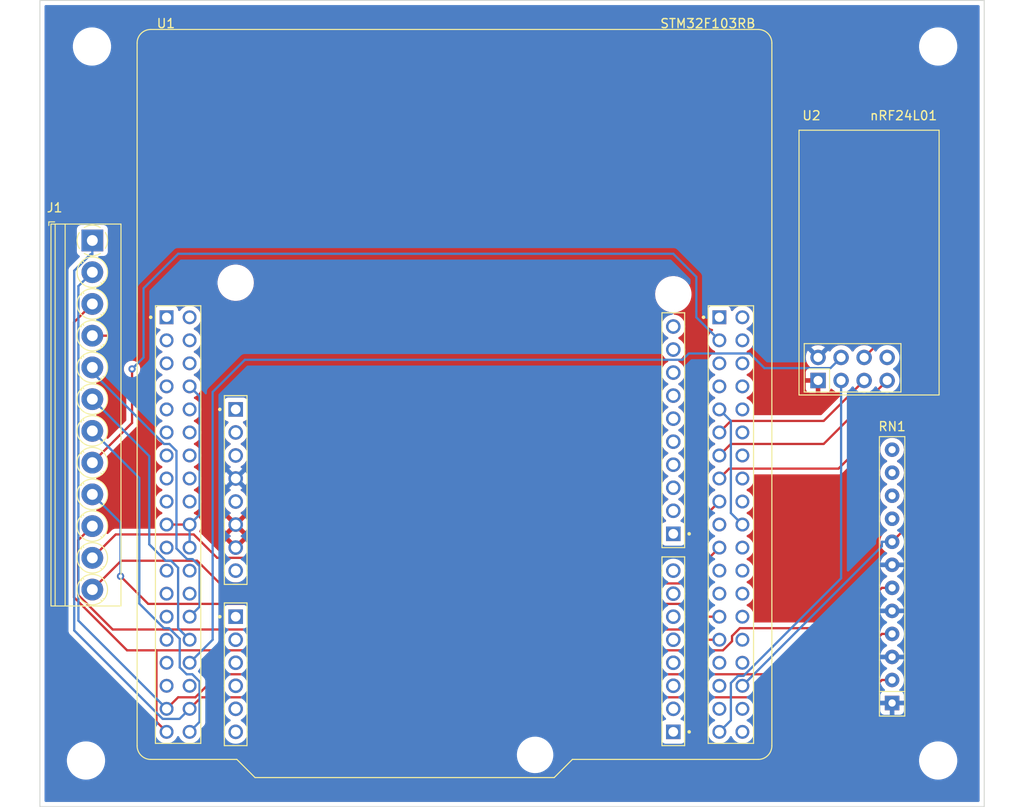
<source format=kicad_pcb>
(kicad_pcb (version 20211014) (generator pcbnew)
  (layers (0 "F.Cu" signal) (31 "B.Cu" signal) (34 "B.Paste" user) (35 "F.Paste" user) (36 "B.SilkS" user "B.Silkscreen") (37 "F.SilkS" user "F.Silkscreen") (38 "B.Mask" user) (39 "F.Mask" user) (44 "Edge.Cuts" user))
  (net 0 "")
  (net 1 "Net-(RN1-Pad2)")
  (net 2 "Net-(RN1-Pad4)")
  (net 3 "Net-(RN1-Pad6)")
  (net 4 "Net-(J1-Pad4)")
  (net 5 "Net-(J1-Pad5)")
  (net 6 "Net-(J1-Pad6)")
  (net 7 "Net-(J1-Pad7)")
  (net 8 "Net-(J1-Pad8)")
  (net 9 "Net-(J1-Pad9)")
  (net 10 "Net-(J1-Pad10)")
  (net 11 "Net-(J1-Pad11)")
  (net 12 "Net-(J1-Pad12)")
  (net 24 "Net-(U1-PadCN7_19)")
  (net 39 "Net-(U2-Pad4)")
  (net 43 "Net-(U2-Pad3)")
  (net 50 "Net-(U1-PadCN10_20)")
  (net 51 "Net-(U2-Pad5)")
  (net 53 "Net-(U2-Pad7)")
  (net 55 "Net-(U2-Pad6)")
  (net 75 "+3.3V")
  (net 76 "GND")
  (footprint "MountingHole:MountingHole_3.2mm_M3" (layer "F.Cu") (at 58.42 139.7)
    (fp_text reference "REF03" hide)
    (fp_text value "MountingHole_3.2mm_M3")
    (pad "" np_thru_hole circle (at 0 0) (size 3.2 3.2) (drill 3.2) (layers *.Cu *.Mask))
  )
  (footprint "MountingHole:MountingHole_3.2mm_M3" (layer "F.Cu") (at 152.4 60.96)
    (fp_text reference "REF02" hide)
    (fp_text value "MountingHole_3.2mm_M3")
    (pad "" np_thru_hole circle (at 0 0) (size 3.2 3.2) (drill 3.2) (layers *.Cu *.Mask))
  )
  (footprint "RF_Module:nRF24L01_Breakout" (layer "F.Cu") (at 139.155 97.79 90)
    (fp_text reference "U2" (at 29.21 -0.725 180) (layer "F.SilkS"))
    (fp_text value "NRF24L01_Breakout")
    (fp_line (start -1.6 -2.1) (end -1.6 -2.1) (layer "F.SilkS") (width 0.12))
    (fp_line (start 4.064 9.144) (end -1.27 9.144) (layer "F.SilkS") (width 0.12))
    (fp_line (start 1.27 -1.016) (end 1.27 1.27) (layer "F.SilkS") (width 0.12))
    (fp_line (start -1.27 9.144) (end -1.27 9.144) (layer "F.SilkS") (width 0.12))
    (fp_line (start -1.27 -1.524) (end 4.064 -1.524) (layer "F.SilkS") (width 0.12))
    (fp_line (start -1.6 13.35) (end -1.6 -2.1) (layer "F.SilkS") (width 0.12))
    (fp_line (start 1.27 1.27) (end -1.016 1.27) (layer "F.SilkS") (width 0.12))
    (fp_line (start -1.27 9.144) (end -1.27 -1.524) (layer "F.SilkS") (width 0.12))
    (fp_line (start -1.6 -2.1) (end 27.6 -2.1) (layer "F.SilkS") (width 0.12))
    (fp_line (start -1.27 -1.524) (end -1.27 -1.524) (layer "F.SilkS") (width 0.12))
    (fp_line (start -1.016 1.27) (end -1.016 1.27) (layer "F.SilkS") (width 0.12))
    (fp_line (start 27.6 13.35) (end -1.6 13.35) (layer "F.SilkS") (width 0.12))
    (fp_line (start 27.6 -2.1) (end 27.6 13.35) (layer "F.SilkS") (width 0.12))
    (fp_line (start 4.064 -1.524) (end 4.064 9.144) (layer "F.SilkS") (width 0.12))
    (pad "1" thru_hole rect (at 0 0 90) (size 1.7 1.7) (drill 1) (layers *.Cu *.Mask) (net 76 "GND"))
    (pad "2" thru_hole circle (at 2.54 0 90) (size 1.7 1.7) (drill 1) (layers *.Cu *.Mask) (net 75 "+3.3V"))
    (pad "3" thru_hole circle (at 0 2.54 90) (size 1.7 1.7) (drill 1) (layers *.Cu *.Mask) (net 43 "Net-(U2-Pad3)"))
    (pad "4" thru_hole circle (at 2.54 2.54 90) (size 1.7 1.7) (drill 1) (layers *.Cu *.Mask) (net 39 "Net-(U2-Pad4)"))
    (pad "5" thru_hole circle (at 0 5.08 90) (size 1.7 1.7) (drill 1) (layers *.Cu *.Mask) (net 51 "Net-(U2-Pad5)"))
    (pad "6" thru_hole circle (at 2.54 5.08 90) (size 1.7 1.7) (drill 1) (layers *.Cu *.Mask) (net 55 "Net-(U2-Pad6)"))
    (pad "7" thru_hole circle (at 0 7.62 90) (size 1.7 1.7) (drill 1) (layers *.Cu *.Mask) (net 53 "Net-(U2-Pad7)"))
    (pad "8" thru_hole circle (at 2.54 7.62 90) (size 1.7 1.7) (drill 1) (layers *.Cu *.Mask))
  )
  (footprint "NUCLEO-F303RE:ST_NUCLEO-F303RE" (layer "F.Cu") (at 99.06 100.33)
    (fp_text reference "U1" (at -31.825 -41.91) (layer "F.SilkS"))
    (fp_text value "NUCLEO-F103RB")
    (fp_line (start -22.88 37.73) (end -22.88 21.99) (layer "F.SilkS") (width 0.127))
    (fp_line (start -22.88 21.99) (end -25.38 21.99) (layer "F.SilkS") (width 0.127))
    (fp_line (start -33.5 -41.25) (end 33.5 -41.25) (layer "F.SilkS") (width 0.127))
    (fp_line (start -32.98 37.48) (end -27.98 37.48) (layer "F.SilkS") (width 0.127))
    (fp_line (start 22.88 15.89) (end 25.38 15.89) (layer "F.SilkS") (width 0.127))
    (fp_line (start -25.38 19.95) (end -22.88 19.95) (layer "F.SilkS") (width 0.127))
    (fp_line (start -27.98 37.48) (end -27.98 -10.78) (layer "F.SilkS") (width 0.127))
    (fp_line (start 25.38 -10.01) (end 22.88 -10.01) (layer "F.SilkS") (width 0.127))
    (fp_line (start 32.98 -10.78) (end 27.98 -10.78) (layer "F.SilkS") (width 0.127))
    (fp_line (start 25.38 37.73) (end 25.38 16.91) (layer "F.SilkS") (width 0.127))
    (fp_line (start -32.98 -10.78) (end -32.98 37.48) (layer "F.SilkS") (width 0.127))
    (fp_line (start -22.88 19.95) (end -22.88 -0.87) (layer "F.SilkS") (width 0.127))
    (fp_line (start 27.98 37.48) (end 32.98 37.48) (layer "F.SilkS") (width 0.127))
    (fp_line (start 22.88 37.73) (end 25.38 37.73) (layer "F.SilkS") (width 0.127))
    (fp_line (start 25.38 16.91) (end 22.88 16.91) (layer "F.SilkS") (width 0.127))
    (fp_line (start -25.38 21.99) (end -25.38 37.73) (layer "F.SilkS") (width 0.127))
    (fp_line (start 32.98 37.48) (end 32.98 -10.78) (layer "F.SilkS") (width 0.127))
    (fp_line (start -25.38 37.73) (end -22.88 37.73) (layer "F.SilkS") (width 0.127))
    (fp_line (start 22.88 16.91) (end 22.88 37.73) (layer "F.SilkS") (width 0.127))
    (fp_line (start -35 37.75) (end -35 -39.75) (layer "F.SilkS") (width 0.127))
    (fp_line (start -25.38 -0.87) (end -25.38 19.95) (layer "F.SilkS") (width 0.127))
    (fp_line (start 11 41.25) (end -22 41.25) (layer "F.SilkS") (width 0.127))
    (fp_line (start -24 39.25) (end -33.5 39.25) (layer "F.SilkS") (width 0.127))
    (fp_line (start 22.88 -10.01) (end 22.88 15.89) (layer "F.SilkS") (width 0.127))
    (fp_line (start -22 41.25) (end -24 39.25) (layer "F.SilkS") (width 0.127))
    (fp_line (start -27.98 -10.78) (end -32.98 -10.78) (layer "F.SilkS") (width 0.127))
    (fp_line (start -22.88 -0.87) (end -25.38 -0.87) (layer "F.SilkS") (width 0.127))
    (fp_line (start 25.38 15.89) (end 25.38 -10.01) (layer "F.SilkS") (width 0.127))
    (fp_line (start 33.5 39.25) (end 13 39.25) (layer "F.SilkS") (width 0.127))
    (fp_line (start 13 39.25) (end 11 41.25) (layer "F.SilkS") (width 0.127))
    (fp_line (start 35 -39.75) (end 35 37.75) (layer "F.SilkS") (width 0.127))
    (fp_line (start 27.98 -10.78) (end 27.98 37.48) (layer "F.SilkS") (width 0.127))
    (fp_arc (start 35 37.75) (mid 34.56066 38.81066) (end 33.5 39.25) (layer "F.SilkS") (width 0.127))
    (fp_arc (start 33.5 -41.25) (mid 34.56066 -40.81066) (end 35 -39.75) (layer "F.SilkS") (width 0.127))
    (fp_arc (start -35 -39.75) (mid -34.56066 -40.81066) (end -33.5 -41.25) (layer "F.SilkS") (width 0.127))
    (fp_arc (start -33.5 39.25) (mid -34.56066 38.81066) (end -35 37.75) (layer "F.SilkS") (width 0.127))
    (fp_circle (center -25.88 0.65) (end -25.78 0.65) (layer "F.SilkS") (width 0.2) (fill none))
    (fp_circle (center 25.88 36.21) (end 25.98 36.21) (layer "F.SilkS") (width 0.2) (fill none))
    (fp_circle (center -33.5 -9.51) (end -33.4 -9.51) (layer "F.SilkS") (width 0.2) (fill none))
    (fp_circle (center -25.88 23.51) (end -25.78 23.51) (layer "F.SilkS") (width 0.2) (fill none))
    (fp_circle (center 25.88 14.37) (end 25.98 14.37) (layer "F.SilkS") (width 0.2) (fill none))
    (fp_circle (center 27.46 -9.51) (end 27.56 -9.51) (layer "F.SilkS") (width 0.2) (fill none))
    (pad "" np_thru_hole circle locked (at 24.13 -12.05) (size 3 3) (drill 3) (layers *.Cu *.Mask))
    (pad "" np_thru_hole circle locked (at -24.13 -13.32) (size 3 3) (drill 3) (layers *.Cu *.Mask))
    (pad "" np_thru_hole circle locked (at 8.89 38.75) (size 3 3) (drill 3) (layers *.Cu *.Mask))
    (pad "CN5_1" thru_hole rect locked (at 24.13 14.37) (size 1.605 1.605) (drill 1.07) (layers *.Cu *.Mask))
    (pad "CN5_2" thru_hole circle locked (at 24.13 11.83) (size 1.605 1.605) (drill 1.07) (layers *.Cu *.Mask))
    (pad "CN5_3" thru_hole circle locked (at 24.13 9.29) (size 1.605 1.605) (drill 1.07) (layers *.Cu *.Mask))
    (pad "CN5_4" thru_hole circle locked (at 24.13 6.75) (size 1.605 1.605) (drill 1.07) (layers *.Cu *.Mask))
    (pad "CN5_5" thru_hole circle locked (at 24.13 4.21) (size 1.605 1.605) (drill 1.07) (layers *.Cu *.Mask))
    (pad "CN5_6" thru_hole circle locked (at 24.13 1.67) (size 1.605 1.605) (drill 1.07) (layers *.Cu *.Mask))
    (pad "CN5_7" thru_hole circle locked (at 24.13 -0.87) (size 1.605 1.605) (drill 1.07) (layers *.Cu *.Mask))
    (pad "CN5_8" thru_hole circle locked (at 24.13 -3.41) (size 1.605 1.605) (drill 1.07) (layers *.Cu *.Mask))
    (pad "CN5_9" thru_hole circle locked (at 24.13 -5.95) (size 1.605 1.605) (drill 1.07) (layers *.Cu *.Mask))
    (pad "CN5_10" thru_hole circle locked (at 24.13 -8.49) (size 1.605 1.605) (drill 1.07) (layers *.Cu *.Mask))
    (pad "CN6_1" thru_hole rect locked (at -24.13 0.65) (size 1.605 1.605) (drill 1.07) (layers *.Cu *.Mask))
    (pad "CN6_2" thru_hole circle locked (at -24.13 3.19) (size 1.605 1.605) (drill 1.07) (layers *.Cu *.Mask))
    (pad "CN6_3" thru_hole circle locked (at -24.13 5.73) (size 1.605 1.605) (drill 1.07) (layers *.Cu *.Mask))
    (pad "CN6_4" thru_hole circle locked (at -24.13 8.27) (size 1.605 1.605) (drill 1.07) (layers *.Cu *.Mask) (net 75 "+3.3V"))
    (pad "CN6_5" thru_hole circle locked (at -24.13 10.81) (size 1.605 1.605) (drill 1.07) (layers *.Cu *.Mask))
    (pad "CN6_6" thru_hole circle locked (at -24.13 13.35) (size 1.605 1.605) (drill 1.07) (layers *.Cu *.Mask) (net 76 "GND"))
    (pad "CN6_7" thru_hole circle locked (at -24.13 15.89) (size 1.605 1.605) (drill 1.07) (layers *.Cu *.Mask) (net 76 "GND"))
    (pad "CN6_8" thru_hole circle locked (at -24.13 18.43) (size 1.605 1.605) (drill 1.07) (layers *.Cu *.Mask))
    (pad "CN7_1" thru_hole rect locked (at -31.75 -9.51) (size 1.53 1.53) (drill 1.02) (layers *.Cu *.Mask))
    (pad "CN7_2" thru_hole circle locked (at -29.21 -9.51) (size 1.53 1.53) (drill 1.02) (layers *.Cu *.Mask))
    (pad "CN7_3" thru_hole circle locked (at -31.75 -6.97) (size 1.53 1.53) (drill 1.02) (layers *.Cu *.Mask))
    (pad "CN7_4" thru_hole circle locked (at -29.21 -6.97) (size 1.53 1.53) (drill 1.02) (layers *.Cu *.Mask))
    (pad "CN7_5" thru_hole circle locked (at -31.75 -4.43) (size 1.53 1.53) (drill 1.02) (layers *.Cu *.Mask))
    (pad "CN7_6" thru_hole circle locked (at -29.21 -4.43) (size 1.53 1.53) (drill 1.02) (layers *.Cu *.Mask))
    (pad "CN7_7" thru_hole circle locked (at -31.75 -1.89) (size 1.53 1.53) (drill 1.02) (layers *.Cu *.Mask))
    (pad "CN7_8" thru_hole circle locked (at -29.21 -1.89) (size 1.53 1.53) (drill 1.02) (layers *.Cu *.Mask) (net 24 "Net-(U1-PadCN7_19)"))
    (pad "CN7_9" thru_hole circle locked (at -31.75 0.65) (size 1.53 1.53) (drill 1.02) (layers *.Cu *.Mask))
    (pad "CN7_10" thru_hole circle locked (at -29.21 0.65) (size 1.53 1.53) (drill 1.02) (layers *.Cu *.Mask))
    (pad "CN7_11" thru_hole circle locked (at -31.75 3.19) (size 1.53 1.53) (drill 1.02) (layers *.Cu *.Mask))
    (pad "CN7_12" thru_hole circle locked (at -29.21 3.19) (size 1.53 1.53) (drill 1.02) (layers *.Cu *.Mask))
    (pad "CN7_13" thru_hole circle locked (at -31.75 5.73) (size 1.53 1.53) (drill 1.02) (layers *.Cu *.Mask))
    (pad "CN7_14" thru_hole circle locked (at -29.21 5.73) (size 1.53 1.53) (drill 1.02) (layers *.Cu *.Mask))
    (pad "CN7_15" thru_hole circle locked (at -31.75 8.27) (size 1.53 1.53) (drill 1.02) (layers *.Cu *.Mask))
    (pad "CN7_16" thru_hole circle locked (at -29.21 8.27) (size 1.53 1.53) (drill 1.02) (layers *.Cu *.Mask))
    (pad "CN7_17" thru_hole circle locked (at -31.75 10.81) (size 1.53 1.53) (drill 1.02) (layers *.Cu *.Mask))
    (pad "CN7_18" thru_hole circle locked (at -29.21 10.81) (size 1.53 1.53) (drill 1.02) (layers *.Cu *.Mask))
    (pad "CN7_19" thru_hole circle locked (at -31.75 13.35) (size 1.53 1.53) (drill 1.02) (layers *.Cu *.Mask) (net 24 "Net-(U1-PadCN7_19)"))
    (pad "CN7_20" thru_hole circle locked (at -29.21 13.35) (size 1.53 1.53) (drill 1.02) (layers *.Cu *.Mask) (net 24 "Net-(U1-PadCN7_19)"))
    (pad "CN7_21" thru_hole circle locked (at -31.75 15.89) (size 1.53 1.53) (drill 1.02) (layers *.Cu *.Mask))
    (pad "CN7_22" thru_hole circle locked (at -29.21 15.89) (size 1.53 1.53) (drill 1.02) (layers *.Cu *.Mask) (net 24 "Net-(U1-PadCN7_19)"))
    (pad "CN7_23" thru_hole circle locked (at -31.75 18.43) (size 1.53 1.53) (drill 1.02) (layers *.Cu *.Mask))
    (pad "CN7_24" thru_hole circle locked (at -29.21 18.43) (size 1.53 1.53) (drill 1.02) (layers *.Cu *.Mask))
    (pad "CN7_25" thru_hole circle locked (at -31.75 20.97) (size 1.53 1.53) (drill 1.02) (layers *.Cu *.Mask))
    (pad "CN7_26" thru_hole circle locked (at -29.21 20.97) (size 1.53 1.53) (drill 1.02) (layers *.Cu *.Mask))
    (pad "CN7_27" thru_hole circle locked (at -31.75 23.51) (size 1.53 1.53) (drill 1.02) (layers *.Cu *.Mask))
    (pad "CN7_28" thru_hole circle locked (at -29.21 23.51) (size 1.53 1.53) (drill 1.02) (layers *.Cu *.Mask) (net 5 "Net-(J1-Pad5)"))
    (pad "CN7_29" thru_hole circle locked (at -31.75 26.05) (size 1.53 1.53) (drill 1.02) (layers *.Cu *.Mask))
    (pad "CN7_30" thru_hole circle locked (at -29.21 26.05) (size 1.53 1.53) (drill 1.02) (layers *.Cu *.Mask) (net 6 "Net-(J1-Pad6)"))
    (pad "CN7_31" thru_hole circle locked (at -31.75 28.59) (size 1.53 1.53) (drill 1.02) (layers *.Cu *.Mask))
    (pad "CN7_32" thru_hole circle locked (at -29.21 28.59) (size 1.53 1.53) (drill 1.02) (layers *.Cu *.Mask) (net 39 "Net-(U2-Pad4)"))
    (pad "CN7_33" thru_hole circle locked (at -31.75 31.13) (size 1.53 1.53) (drill 1.02) (layers *.Cu *.Mask))
    (pad "CN7_34" thru_hole circle locked (at -29.21 31.13) (size 1.53 1.53) (drill 1.02) (layers *.Cu *.Mask))
    (pad "CN7_35" thru_hole circle locked (at -31.75 33.67) (size 1.53 1.53) (drill 1.02) (layers *.Cu *.Mask) (net 2 "Net-(RN1-Pad4)"))
    (pad "CN7_36" thru_hole circle locked (at -29.21 33.67) (size 1.53 1.53) (drill 1.02) (layers *.Cu *.Mask) (net 1 "Net-(RN1-Pad2)"))
    (pad "CN7_37" thru_hole circle locked (at -31.75 36.21) (size 1.53 1.53) (drill 1.02) (layers *.Cu *.Mask) (net 3 "Net-(RN1-Pad6)"))
    (pad "CN7_38" thru_hole circle locked (at -29.21 36.21) (size 1.53 1.53) (drill 1.02) (layers *.Cu *.Mask) (net 7 "Net-(J1-Pad7)"))
    (pad "CN8_1" thru_hole rect locked (at -24.13 23.51) (size 1.605 1.605) (drill 1.07) (layers *.Cu *.Mask))
    (pad "CN8_2" thru_hole circle locked (at -24.13 26.05) (size 1.605 1.605) (drill 1.07) (layers *.Cu *.Mask))
    (pad "CN8_3" thru_hole circle locked (at -24.13 28.59) (size 1.605 1.605) (drill 1.07) (layers *.Cu *.Mask))
    (pad "CN8_4" thru_hole circle locked (at -24.13 31.13) (size 1.605 1.605) (drill 1.07) (layers *.Cu *.Mask))
    (pad "CN8_5" thru_hole circle locked (at -24.13 33.67) (size 1.605 1.605) (drill 1.07) (layers *.Cu *.Mask))
    (pad "CN8_6" thru_hole circle locked (at -24.13 36.21) (size 1.605 1.605) (drill 1.07) (layers *.Cu *.Mask))
    (pad "CN9_1" thru_hole rect locked (at 24.13 36.21) (size 1.605 1.605) (drill 1.07) (layers *.Cu *.Mask))
    (pad "CN9_2" thru_hole circle locked (at 24.13 33.67) (size 1.605 1.605) (drill 1.07) (layers *.Cu *.Mask))
    (pad "CN9_3" thru_hole circle locked (at 24.13 31.13) (size 1.605 1.605) (drill 1.07) (layers *.Cu *.Mask))
    (pad "CN9_4" thru_hole circle locked (at 24.13 28.59) (size 1.605 1.605) (drill 1.07) (layers *.Cu *.Mask))
    (pad "CN9_5" thru_hole circle locked (at 24.13 26.05) (size 1.605 1.605) (drill 1.07) (layers *.Cu *.Mask))
    (pad "CN9_6" thru_hole circle locked (at 24.13 23.51) (size 1.605 1.605) (drill 1.07) (layers *.Cu *.Mask))
    (pad "CN9_7" thru_hole circle locked (at 24.13 20.97) (size 1.605 1.605) (drill 1.07) (layers *.Cu *.Mask))
    (pad "CN9_8" thru_hole circle locked (at 24.13 18.43) (size 1.605 1.605) (drill 1.07) (layers *.Cu *.Mask))
    (pad "CN10_1" thru_hole rect locked (at 29.21 -9.51) (size 1.53 1.53) (drill 1.02) (layers *.Cu *.Mask))
    (pad "CN10_2" thru_hole circle locked (at 31.75 -9.51) (size 1.53 1.53) (drill 1.02) (layers *.Cu *.Mask))
    (pad "CN10_3" thru_hole circle locked (at 29.21 -6.97) (size 1.53 1.53) (drill 1.02) (layers *.Cu *.Mask) (net 8 "Net-(J1-Pad8)"))
    (pad "CN10_4" thru_hole circle locked (at 31.75 -6.97) (size 1.53 1.53) (drill 1.02) (layers *.Cu *.Mask))
    (pad "CN10_5" thru_hole circle locked (at 29.21 -4.43) (size 1.53 1.53) (drill 1.02) (layers *.Cu *.Mask))
    (pad "CN10_6" thru_hole circle locked (at 31.75 -4.43) (size 1.53 1.53) (drill 1.02) (layers *.Cu *.Mask))
    (pad "CN10_7" thru_hole circle locked (at 29.21 -1.89) (size 1.53 1.53) (drill 1.02) (layers *.Cu *.Mask))
    (pad "CN10_8" thru_hole circle locked (at 31.75 -1.89) (size 1.53 1.53) (drill 1.02) (layers *.Cu *.Mask))
    (pad "CN10_9" thru_hole circle locked (at 29.21 0.65) (size 1.53 1.53) (drill 1.02) (layers *.Cu *.Mask) (net 50 "Net-(U1-PadCN10_20)"))
    (pad "CN10_10" thru_hole circle locked (at 31.75 0.65) (size 1.53 1.53) (drill 1.02) (layers *.Cu *.Mask))
    (pad "CN10_11" thru_hole circle locked (at 29.21 3.19) (size 1.53 1.53) (drill 1.02) (layers *.Cu *.Mask) (net 51 "Net-(U2-Pad5)"))
    (pad "CN10_12" thru_hole circle locked (at 31.75 3.19) (size 1.53 1.53) (drill 1.02) (layers *.Cu *.Mask))
    (pad "CN10_13" thru_hole circle locked (at 29.21 5.73) (size 1.53 1.53) (drill 1.02) (layers *.Cu *.Mask) (net 53 "Net-(U2-Pad7)"))
    (pad "CN10_14" thru_hole circle locked (at 31.75 5.73) (size 1.53 1.53) (drill 1.02) (layers *.Cu *.Mask))
    (pad "CN10_15" thru_hole circle locked (at 29.21 8.27) (size 1.53 1.53) (drill 1.02) (layers *.Cu *.Mask) (net 55 "Net-(U2-Pad6)"))
    (pad "CN10_16" thru_hole circle locked (at 31.75 8.27) (size 1.53 1.53) (drill 1.02) (layers *.Cu *.Mask))
    (pad "CN10_17" thru_hole circle locked (at 29.21 10.81) (size 1.53 1.53) (drill 1.02) (layers *.Cu *.Mask) (net 11 "Net-(J1-Pad11)"))
    (pad "CN10_18" thru_hole circle locked (at 31.75 10.81) (size 1.53 1.53) (drill 1.02) (layers *.Cu *.Mask))
    (pad "CN10_19" thru_hole circle locked (at 29.21 13.35) (size 1.53 1.53) (drill 1.02) (layers *.Cu *.Mask))
    (pad "CN10_20" thru_hole circle locked (at 31.75 13.35) (size 1.53 1.53) (drill 1.02) (layers *.Cu *.Mask) (net 50 "Net-(U1-PadCN10_20)"))
    (pad "CN10_21" thru_hole circle locked (at 29.21 15.89) (size 1.53 1.53) (drill 1.02) (layers *.Cu *.Mask) (net 12 "Net-(J1-Pad12)"))
    (pad "CN10_22" thru_hole circle locked (at 31.75 15.89) (size 1.53 1.53) (drill 1.02) (layers *.Cu *.Mask))
    (pad "CN10_23" thru_hole circle locked (at 29.21 18.43) (size 1.53 1.53) (drill 1.02) (layers *.Cu *.Mask))
    (pad "CN10_24" thru_hole circle locked (at 31.75 18.43) (size 1.53 1.53) (drill 1.02) (layers *.Cu *.Mask))
    (pad "CN10_25" thru_hole circle locked (at 29.21 20.97) (size 1.53 1.53) (drill 1.02) (layers *.Cu *.Mask))
    (pad "CN10_26" thru_hole circle locked (at 31.75 20.97) (size 1.53 1.53) (drill 1.02) (layers *.Cu *.Mask))
    (pad "CN10_27" thru_hole circle locked (at 29.21 23.51) (size 1.53 1.53) (drill 1.02) (layers *.Cu *.Mask) (net 9 "Net-(J1-Pad9)"))
    (pad "CN10_28" thru_hole circle locked (at 31.75 23.51) (size 1.53 1.53) (drill 1.02) (layers *.Cu *.Mask))
    (pad "CN10_29" thru_hole circle locked (at 29.21 26.05) (size 1.53 1.53) (drill 1.02) (layers *.Cu *.Mask) (net 10 "Net-(J1-Pad10)"))
    (pad "CN10_30" thru_hole circle locked (at 31.75 26.05) (size 1.53 1.53) (drill 1.02) (layers *.Cu *.Mask))
    (pad "CN10_31" thru_hole circle locked (at 29.21 28.59) (size 1.53 1.53) (drill 1.02) (layers *.Cu *.Mask))
    (pad "CN10_32" thru_hole circle locked (at 31.75 28.59) (size 1.53 1.53) (drill 1.02) (layers *.Cu *.Mask))
    (pad "CN10_33" thru_hole circle locked (at 29.21 31.13) (size 1.53 1.53) (drill 1.02) (layers *.Cu *.Mask))
    (pad "CN10_34" thru_hole circle locked (at 31.75 31.13) (size 1.53 1.53) (drill 1.02) (layers *.Cu *.Mask) (net 4 "Net-(J1-Pad4)"))
    (pad "CN10_35" thru_hole circle locked (at 29.21 33.67) (size 1.53 1.53) (drill 1.02) (layers *.Cu *.Mask))
    (pad "CN10_36" thru_hole circle locked (at 31.75 33.67) (size 1.53 1.53) (drill 1.02) (layers *.Cu *.Mask))
    (pad "CN10_37" thru_hole circle locked (at 29.21 36.21) (size 1.53 1.53) (drill 1.02) (layers *.Cu *.Mask) (net 43 "Net-(U2-Pad3)"))
    (pad "CN10_38" thru_hole circle locked (at 31.75 36.21) (size 1.53 1.53) (drill 1.02) (layers *.Cu *.Mask))
  )
  (footprint "Resistor_THT:R_Array_SIP12" (layer "F.Cu") (at 147.32 133.36 90)
    (fp_text reference "RN1" (at 30.49 0 180) (layer "F.SilkS"))
    (fp_text value "R_Pack_SIP_1k")
    (fp_line (start 1.27 -1.4) (end 1.27 1.4) (layer "F.SilkS") (width 0.12))
    (fp_line (start -1.44 1.4) (end 29.38 1.4) (layer "F.SilkS") (width 0.12))
    (fp_line (start -1.44 -1.4) (end -1.44 1.4) (layer "F.SilkS") (width 0.12))
    (fp_line (start 29.38 1.4) (end 29.38 -1.4) (layer "F.SilkS") (width 0.12))
    (fp_line (start 29.38 -1.4) (end -1.44 -1.4) (layer "F.SilkS") (width 0.12))
    (pad "1" thru_hole rect (at 0 0 90) (size 1.6 1.6) (drill 0.8) (layers *.Cu *.Mask) (net 75 "+3.3V"))
    (pad "2" thru_hole oval (at 2.54 0 90) (size 1.6 1.6) (drill 0.8) (layers *.Cu *.Mask) (net 1 "Net-(RN1-Pad2)"))
    (pad "3" thru_hole oval (at 5.08 0 90) (size 1.6 1.6) (drill 0.8) (layers *.Cu *.Mask) (net 75 "+3.3V"))
    (pad "4" thru_hole oval (at 7.62 0 90) (size 1.6 1.6) (drill 0.8) (layers *.Cu *.Mask) (net 2 "Net-(RN1-Pad4)"))
    (pad "5" thru_hole oval (at 10.16 0 90) (size 1.6 1.6) (drill 0.8) (layers *.Cu *.Mask) (net 75 "+3.3V"))
    (pad "6" thru_hole oval (at 12.7 0 90) (size 1.6 1.6) (drill 0.8) (layers *.Cu *.Mask) (net 3 "Net-(RN1-Pad6)"))
    (pad "7" thru_hole oval (at 15.24 0 90) (size 1.6 1.6) (drill 0.8) (layers *.Cu *.Mask) (net 75 "+3.3V"))
    (pad "8" thru_hole oval (at 17.78 0 90) (size 1.6 1.6) (drill 0.8) (layers *.Cu *.Mask) (net 4 "Net-(J1-Pad4)"))
    (pad "9" thru_hole oval (at 20.32 0 90) (size 1.6 1.6) (drill 0.8) (layers *.Cu *.Mask))
    (pad "10" thru_hole oval (at 22.86 0 90) (size 1.6 1.6) (drill 0.8) (layers *.Cu *.Mask))
    (pad "11" thru_hole oval (at 25.4 0 90) (size 1.6 1.6) (drill 0.8) (layers *.Cu *.Mask))
    (pad "12" thru_hole oval (at 27.94 0 90) (size 1.6 1.6) (drill 0.8) (layers *.Cu *.Mask))
  )
  (footprint "TerminalBlock_Phoenix:TerminalBlock_Phoenix_PT-1,5-12-3.5-H_1x12_P3.50mm_Horizontal" (layer "F.Cu") (at 59.12 82.35 -90)
    (fp_text reference "J1" (at -3.61 4.16 180) (layer "F.SilkS"))
    (fp_text value "Screw_Terminal_01x12")
    (fp_line (start 15.275 -1.069) (end 15.146 -0.941) (layer "F.SilkS") (width 0.12))
    (fp_line (start 29.07 -1.275) (end 28.976 -1.181) (layer "F.SilkS") (width 0.12))
    (fp_line (start 22.07 -1.275) (end 21.976 -1.181) (layer "F.SilkS") (width 0.12))
    (fp_line (start 13.025 1.181) (end 12.931 1.274) (layer "F.SilkS") (width 0.12))
    (fp_line (start 8.07 -1.275) (end 7.976 -1.181) (layer "F.SilkS") (width 0.12))
    (fp_line (start 16.355 0.941) (end 16.226 1.069) (layer "F.SilkS") (width 0.12))
    (fp_line (start 25.775 -1.069) (end 25.646 -0.941) (layer "F.SilkS") (width 0.12))
    (fp_line (start 27.025 1.181) (end 26.931 1.274) (layer "F.SilkS") (width 0.12))
    (fp_line (start 11.775 -1.069) (end 11.646 -0.941) (layer "F.SilkS") (width 0.12))
    (fp_line (start -1.81 3) (end 40.31 3) (layer "F.SilkS") (width 0.12))
    (fp_line (start 26.855 0.941) (end 26.726 1.069) (layer "F.SilkS") (width 0.12))
    (fp_line (start -2.05 4.8) (end -1.65 4.8) (layer "F.SilkS") (width 0.12))
    (fp_line (start 36.275 -1.069) (end 36.146 -0.941) (layer "F.SilkS") (width 0.12))
    (fp_line (start 9.525 1.181) (end 9.431 1.274) (layer "F.SilkS") (width 0.12))
    (fp_line (start -1.81 -3.16) (end 40.31 -3.16) (layer "F.SilkS") (width 0.12))
    (fp_line (start 12.855 0.941) (end 12.726 1.069) (layer "F.SilkS") (width 0.12))
    (fp_line (start 19.855 0.941) (end 19.726 1.069) (layer "F.SilkS") (width 0.12))
    (fp_line (start 2.525 1.181) (end 2.431 1.274) (layer "F.SilkS") (width 0.12))
    (fp_line (start 4.57 -1.275) (end 4.476 -1.181) (layer "F.SilkS") (width 0.12))
    (fp_line (start 4.775 -1.069) (end 4.646 -0.941) (layer "F.SilkS") (width 0.12))
    (fp_line (start -1.81 4.56) (end 40.31 4.56) (layer "F.SilkS") (width 0.12))
    (fp_line (start 2.355 0.941) (end 2.226 1.069) (layer "F.SilkS") (width 0.12))
    (fp_line (start 18.57 -1.275) (end 18.476 -1.181) (layer "F.SilkS") (width 0.12))
    (fp_line (start 5.855 0.941) (end 5.726 1.069) (layer "F.SilkS") (width 0.12))
    (fp_line (start 30.525 1.181) (end 30.431 1.274) (layer "F.SilkS") (width 0.12))
    (fp_line (start 33.855 0.941) (end 33.726 1.069) (layer "F.SilkS") (width 0.12))
    (fp_line (start 36.07 -1.275) (end 35.976 -1.181) (layer "F.SilkS") (width 0.12))
    (fp_line (start -1.81 4.1) (end 40.31 4.1) (layer "F.SilkS") (width 0.12))
    (fp_line (start 32.775 -1.069) (end 32.646 -0.941) (layer "F.SilkS") (width 0.12))
    (fp_line (start 9.355 0.941) (end 9.226 1.069) (layer "F.SilkS") (width 0.12))
    (fp_line (start 30.355 0.941) (end 30.226 1.069) (layer "F.SilkS") (width 0.12))
    (fp_line (start 23.525 1.181) (end 23.431 1.274) (layer "F.SilkS") (width 0.12))
    (fp_line (start 37.525 1.181) (end 37.431 1.274) (layer "F.SilkS") (width 0.12))
    (fp_line (start 22.275 -1.069) (end 22.146 -0.941) (layer "F.SilkS") (width 0.12))
    (fp_line (start -1.81 -3.16) (end -1.81 4.56) (layer "F.SilkS") (width 0.12))
    (fp_line (start 29.275 -1.069) (end 29.146 -0.941) (layer "F.SilkS") (width 0.12))
    (fp_line (start 32.57 -1.275) (end 32.476 -1.181) (layer "F.SilkS") (width 0.12))
    (fp_line (start 11.57 -1.275) (end 11.476 -1.181) (layer "F.SilkS") (width 0.12))
    (fp_line (start 37.355 0.941) (end 37.226 1.069) (layer "F.SilkS") (width 0.12))
    (fp_line (start 39.57 -1.275) (end 39.476 -1.181) (layer "F.SilkS") (width 0.12))
    (fp_line (start 15.07 -1.275) (end 14.976 -1.181) (layer "F.SilkS") (width 0.12))
    (fp_line (start 25.57 -1.275) (end 25.476 -1.181) (layer "F.SilkS") (width 0.12))
    (fp_line (start 16.525 1.181) (end 16.431 1.274) (layer "F.SilkS") (width 0.12))
    (fp_line (start 6.025 1.181) (end 5.931 1.274) (layer "F.SilkS") (width 0.12))
    (fp_line (start 39.775 -1.069) (end 39.646 -0.941) (layer "F.SilkS") (width 0.12))
    (fp_line (start 40.31 -3.16) (end 40.31 4.56) (layer "F.SilkS") (width 0.12))
    (fp_line (start 20.025 1.181) (end 19.931 1.274) (layer "F.SilkS") (width 0.12))
    (fp_line (start 34.025 1.181) (end 33.931 1.274) (layer "F.SilkS") (width 0.12))
    (fp_line (start 18.775 -1.069) (end 18.646 -0.941) (layer "F.SilkS") (width 0.12))
    (fp_line (start 8.275 -1.069) (end 8.146 -0.941) (layer "F.SilkS") (width 0.12))
    (fp_line (start -2.05 4.16) (end -2.05 4.8) (layer "F.SilkS") (width 0.12))
    (fp_line (start 23.355 0.941) (end 23.226 1.069) (layer "F.SilkS") (width 0.12))
    (fp_arc (start 1.425504 -0.890193) (mid 1.680626 0.000476) (end 1.425 0.891) (layer "F.SilkS") (width 0.12))
    (fp_arc (start -1.425358 0.889894) (mid -1.680286 0.014012) (end -1.44 -0.866) (layer "F.SilkS") (width 0.12))
    (fp_arc (start 0.890264 1.424721) (mid 0.463071 1.61492) (end 0 1.68) (layer "F.SilkS") (width 0.12))
    (fp_arc (start 0.028674 1.680099) (mid -0.435535 1.622918) (end -0.866 1.44) (layer "F.SilkS") (width 0.12))
    (fp_arc (start -0.889894 -1.425358) (mid -0.014012 -1.680286) (end 0.866 -1.44) (layer "F.SilkS") (width 0.12))
    (fp_circle (center 10.5 0) (end 12.18 0) (layer "F.SilkS") (width 0.12) (fill none))
    (fp_circle (center 35 0) (end 36.68 0) (layer "F.SilkS") (width 0.12) (fill none))
    (fp_circle (center 38.5 0) (end 40.18 0) (layer "F.SilkS") (width 0.12) (fill none))
    (fp_circle (center 17.5 0) (end 19.18 0) (layer "F.SilkS") (width 0.12) (fill none))
    (fp_circle (center 7 0) (end 8.68 0) (layer "F.SilkS") (width 0.12) (fill none))
    (fp_circle (center 3.5 0) (end 5.18 0) (layer "F.SilkS") (width 0.12) (fill none))
    (fp_circle (center 14 0) (end 15.68 0) (layer "F.SilkS") (width 0.12) (fill none))
    (fp_circle (center 31.5 0) (end 33.18 0) (layer "F.SilkS") (width 0.12) (fill none))
    (fp_circle (center 24.5 0) (end 26.18 0) (layer "F.SilkS") (width 0.12) (fill none))
    (fp_circle (center 21 0) (end 22.68 0) (layer "F.SilkS") (width 0.12) (fill none))
    (fp_circle (center 28 0) (end 29.68 0) (layer "F.SilkS") (width 0.12) (fill none))
    (pad "1" thru_hole rect (at 0 0 270) (size 2.4 2.4) (drill 1.2) (layers *.Cu *.Mask) (net 1 "Net-(RN1-Pad2)"))
    (pad "2" thru_hole circle (at 3.5 0 270) (size 2.4 2.4) (drill 1.2) (layers *.Cu *.Mask) (net 2 "Net-(RN1-Pad4)"))
    (pad "3" thru_hole circle (at 7 0 270) (size 2.4 2.4) (drill 1.2) (layers *.Cu *.Mask) (net 3 "Net-(RN1-Pad6)"))
    (pad "4" thru_hole circle (at 10.5 0 270) (size 2.4 2.4) (drill 1.2) (layers *.Cu *.Mask) (net 4 "Net-(J1-Pad4)"))
    (pad "5" thru_hole circle (at 14 0 270) (size 2.4 2.4) (drill 1.2) (layers *.Cu *.Mask) (net 5 "Net-(J1-Pad5)"))
    (pad "6" thru_hole circle (at 17.5 0 270) (size 2.4 2.4) (drill 1.2) (layers *.Cu *.Mask) (net 6 "Net-(J1-Pad6)"))
    (pad "7" thru_hole circle (at 21 0 270) (size 2.4 2.4) (drill 1.2) (layers *.Cu *.Mask) (net 7 "Net-(J1-Pad7)"))
    (pad "8" thru_hole circle (at 24.5 0 270) (size 2.4 2.4) (drill 1.2) (layers *.Cu *.Mask) (net 8 "Net-(J1-Pad8)"))
    (pad "9" thru_hole circle (at 28 0 270) (size 2.4 2.4) (drill 1.2) (layers *.Cu *.Mask) (net 9 "Net-(J1-Pad9)"))
    (pad "10" thru_hole circle (at 31.5 0 270) (size 2.4 2.4) (drill 1.2) (layers *.Cu *.Mask) (net 10 "Net-(J1-Pad10)"))
    (pad "11" thru_hole circle (at 35 0 270) (size 2.4 2.4) (drill 1.2) (layers *.Cu *.Mask) (net 11 "Net-(J1-Pad11)"))
    (pad "12" thru_hole circle (at 38.5 0 270) (size 2.4 2.4) (drill 1.2) (layers *.Cu *.Mask) (net 12 "Net-(J1-Pad12)"))
  )
  (footprint "MountingHole:MountingHole_3.2mm_M3" (layer "F.Cu") (at 59.08 60.96)
    (fp_text reference "REF01" hide)
    (fp_text value "MountingHole_3.2mm_M3")
    (pad "" np_thru_hole circle (at 0 0) (size 3.2 3.2) (drill 3.2) (layers *.Cu *.Mask))
  )
  (footprint "MountingHole:MountingHole_3.2mm_M3" (layer "F.Cu") (at 152.4 139.7)
    (fp_text reference "REF04" hide)
    (fp_text value "MountingHole_3.2mm_M3")
    (pad "" np_thru_hole circle (at 0 0) (size 3.2 3.2) (drill 3.2) (layers *.Cu *.Mask))
  )
  (gr_line (start 157.48 144.78) (end 157.48 55.88) (layer "Edge.Cuts") (width 0.1))
  (gr_line (start 157.48 55.88) (end 53.34 55.88) (layer "Edge.Cuts") (width 0.1))
  (gr_line (start 53.34 144.78) (end 157.48 144.78) (layer "Edge.Cuts") (width 0.1))
  (gr_line (start 53.34 55.88) (end 53.34 144.78) (layer "Edge.Cuts") (width 0.1))
  (gr_text "STM32F103RB" (at 127 58.42) (layer "F.SilkS") (effects (font (size 1 1))))
  (gr_text "nRF24L01" (at 148.59 68.58) (layer "F.SilkS") (effects (font (size 1 1))))
  (segment (start 146.1949 130.82) (end 144.2849 132.73) (width 0.25) (layer "F.Cu") (net 1))
  (segment (start 147.32 130.82) (end 146.1949 130.82) (width 0.25) (layer "F.Cu") (net 1))
  (segment (start 144.2849 132.73) (end 71.12 132.73) (width 0.25) (layer "F.Cu") (net 1))
  (segment (start 71.12 132.73) (end 69.85 134) (width 0.25) (layer "F.Cu") (net 1))
  (segment (start 68.7388 135.1112) (end 69.85 134) (width 0.25) (layer "B.Cu") (net 1))
  (segment (start 57.1238 85.6807) (end 57.1238 125.3585) (width 0.25) (layer "B.Cu") (net 1))
  (segment (start 59.12 82.35) (end 59.12 83.8751) (width 0.25) (layer "B.Cu") (net 1))
  (segment (start 57.1238 125.3585) (end 66.8765 135.1112) (width 0.25) (layer "B.Cu") (net 1))
  (segment (start 58.9294 83.8751) (end 57.1238 85.6807) (width 0.25) (layer "B.Cu") (net 1))
  (segment (start 59.12 83.8751) (end 58.9294 83.8751) (width 0.25) (layer "B.Cu") (net 1))
  (segment (start 66.8765 135.1112) (end 68.7388 135.1112) (width 0.25) (layer "B.Cu") (net 1))
  (segment (start 73.0233 130.19) (end 70.4833 132.73) (width 0.25) (layer "F.Cu") (net 2))
  (segment (start 70.4833 132.73) (end 68.58 132.73) (width 0.25) (layer "F.Cu") (net 2))
  (segment (start 147.32 125.74) (end 146.1949 125.74) (width 0.25) (layer "F.Cu") (net 2))
  (segment (start 141.7449 130.19) (end 73.0233 130.19) (width 0.25) (layer "F.Cu") (net 2))
  (segment (start 68.58 132.73) (end 67.31 134) (width 0.25) (layer "F.Cu") (net 2))
  (segment (start 146.1949 125.74) (end 141.7449 130.19) (width 0.25) (layer "F.Cu") (net 2))
  (segment (start 57.5847 87.3853) (end 57.5847 124.2747) (width 0.25) (layer "B.Cu") (net 2))
  (segment (start 57.5847 124.2747) (end 67.31 134) (width 0.25) (layer "B.Cu") (net 2))
  (segment (start 59.12 85.85) (end 57.5847 87.3853) (width 0.25) (layer "B.Cu") (net 2))
  (segment (start 147.32 120.66) (end 146.1949 120.66) (width 0.25) (layer "F.Cu") (net 3))
  (segment (start 130.5293 125.11) (end 141.7449 125.11) (width 0.25) (layer "F.Cu") (net 3))
  (segment (start 128.6642 127.5506) (end 129.6657 126.5491) (width 0.25) (layer "F.Cu") (net 3))
  (segment (start 66.1933 135.4233) (end 67.31 136.54) (width 0.25) (layer "F.Cu") (net 3))
  (segment (start 141.7449 125.11) (end 146.1949 120.66) (width 0.25) (layer "F.Cu") (net 3))
  (segment (start 66.1933 127.5506) (end 128.6642 127.5506) (width 0.25) (layer "F.Cu") (net 3))
  (segment (start 66.1933 127.5506) (end 66.1933 135.4233) (width 0.25) (layer "F.Cu") (net 3))
  (segment (start 57.0999 91.3701) (end 57.0999 121.6985) (width 0.25) (layer "F.Cu") (net 3))
  (segment (start 62.952 127.5506) (end 66.1933 127.5506) (width 0.25) (layer "F.Cu") (net 3))
  (segment (start 59.12 89.35) (end 57.0999 91.3701) (width 0.25) (layer "F.Cu") (net 3))
  (segment (start 129.6657 126.5491) (end 129.6657 125.9736) (width 0.25) (layer "F.Cu") (net 3))
  (segment (start 57.0999 121.6985) (end 62.952 127.5506) (width 0.25) (layer "F.Cu") (net 3))
  (segment (start 129.6657 125.9736) (end 130.5293 125.11) (width 0.25) (layer "F.Cu") (net 3))
  (segment (start 148.59 82.55) (end 67.31 82.55) (width 0.25) (layer "F.Cu") (net 4))
  (segment (start 60.82 92.85) (end 59.12 92.85) (width 0.25) (layer "F.Cu") (net 4))
  (segment (start 153.67 109.23) (end 153.67 87.63) (width 0.25) (layer "F.Cu") (net 4))
  (segment (start 63.5 90.17) (end 60.82 92.85) (width 0.25) (layer "F.Cu") (net 4))
  (segment (start 63.5 86.36) (end 63.5 90.17) (width 0.25) (layer "F.Cu") (net 4))
  (segment (start 153.67 87.63) (end 148.59 82.55) (width 0.25) (layer "F.Cu") (net 4))
  (segment (start 147.32 115.58) (end 153.67 109.23) (width 0.25) (layer "F.Cu") (net 4))
  (segment (start 67.31 82.55) (end 63.5 86.36) (width 0.25) (layer "F.Cu") (net 4))
  (segment (start 147.32 115.58) (end 146.1949 115.58) (width 0.25) (layer "B.Cu") (net 4))
  (segment (start 146.1949 115.58) (end 146.1949 116.0751) (width 0.25) (layer "B.Cu") (net 4))
  (segment (start 146.1949 116.0751) (end 130.81 131.46) (width 0.25) (layer "B.Cu") (net 4))
  (segment (start 59.12 96.8825) (end 67.0275 104.79) (width 0.25) (layer "B.Cu") (net 5))
  (segment (start 70.9425 118.2634) (end 70.9425 122.7475) (width 0.25) (layer "B.Cu") (net 5))
  (segment (start 67.6281 104.79) (end 68.4002 105.5621) (width 0.25) (layer "B.Cu") (net 5))
  (segment (start 68.4002 105.5621) (end 68.4002 116.321) (width 0.25) (layer "B.Cu") (net 5))
  (segment (start 69.5692 117.49) (end 70.1691 117.49) (width 0.25) (layer "B.Cu") (net 5))
  (segment (start 68.4002 116.321) (end 69.5692 117.49) (width 0.25) (layer "B.Cu") (net 5))
  (segment (start 70.9425 122.7475) (end 69.85 123.84) (width 0.25) (layer "B.Cu") (net 5))
  (segment (start 67.0275 104.79) (end 67.6281 104.79) (width 0.25) (layer "B.Cu") (net 5))
  (segment (start 59.12 96.35) (end 59.12 96.8825) (width 0.25) (layer "B.Cu") (net 5))
  (segment (start 70.1691 117.49) (end 70.9425 118.2634) (width 0.25) (layer "B.Cu") (net 5))
  (segment (start 68.58 118.4438) (end 68.58 125.11) (width 0.25) (layer "B.Cu") (net 6))
  (segment (start 65.3979 106.1279) (end 65.3979 115.8639) (width 0.25) (layer "B.Cu") (net 6))
  (segment (start 67.806 117.6698) (end 68.58 118.4438) (width 0.25) (layer "B.Cu") (net 6))
  (segment (start 59.12 99.85) (end 65.3979 106.1279) (width 0.25) (layer "B.Cu") (net 6))
  (segment (start 68.58 125.11) (end 69.85 126.38) (width 0.25) (layer "B.Cu") (net 6))
  (segment (start 65.3979 115.8639) (end 67.2038 117.6698) (width 0.25) (layer "B.Cu") (net 6))
  (segment (start 67.2038 117.6698) (end 67.806 117.6698) (width 0.25) (layer "B.Cu") (net 6))
  (segment (start 70.1443 130.19) (end 70.9438 130.9895) (width 0.25) (layer "B.Cu") (net 7))
  (segment (start 64.3035 122.3975) (end 67.016 125.11) (width 0.25) (layer "B.Cu") (net 7))
  (segment (start 68.7598 129.4323) (end 69.5175 130.19) (width 0.25) (layer "B.Cu") (net 7))
  (segment (start 64.3035 108.5335) (end 64.3035 122.3975) (width 0.25) (layer "B.Cu") (net 7))
  (segment (start 68.7598 126.2742) (end 68.7598 129.4323) (width 0.25) (layer "B.Cu") (net 7))
  (segment (start 69.5175 130.19) (end 70.1443 130.19) (width 0.25) (layer "B.Cu") (net 7))
  (segment (start 59.12 103.35) (end 64.3035 108.5335) (width 0.25) (layer "B.Cu") (net 7))
  (segment (start 67.016 125.11) (end 67.5956 125.11) (width 0.25) (layer "B.Cu") (net 7))
  (segment (start 70.9438 135.4462) (end 69.85 136.54) (width 0.25) (layer "B.Cu") (net 7))
  (segment (start 70.9438 130.9895) (end 70.9438 135.4462) (width 0.25) (layer "B.Cu") (net 7))
  (segment (start 67.5956 125.11) (end 68.7598 126.2742) (width 0.25) (layer "B.Cu") (net 7))
  (segment (start 63.5 96.52) (end 63.5 102.47) (width 0.25) (layer "F.Cu") (net 8))
  (segment (start 63.5 102.47) (end 59.12 106.85) (width 0.25) (layer "F.Cu") (net 8))
  (via (at 63.5 96.52) (size 0.8) (drill 0.4) (layers "F.Cu" "B.Cu") (net 8))
  (segment (start 125.73 90.82) (end 125.73 90.17) (width 0.25) (layer "B.Cu") (net 8))
  (segment (start 64.77 92.71) (end 64.77 95.25) (width 0.25) (layer "B.Cu") (net 8))
  (segment (start 125.73 90.17) (end 125.73 86.36) (width 0.25) (layer "B.Cu") (net 8))
  (segment (start 68.58 83.82) (end 64.77 87.63) (width 0.25) (layer "B.Cu") (net 8))
  (segment (start 128.27 93.36) (end 125.73 90.82) (width 0.25) (layer "B.Cu") (net 8))
  (segment (start 125.73 86.36) (end 124.46 85.09) (width 0.25) (layer "B.Cu") (net 8))
  (segment (start 123.19 83.82) (end 69.85 83.82) (width 0.25) (layer "B.Cu") (net 8))
  (segment (start 64.77 87.63) (end 64.77 92.71) (width 0.25) (layer "B.Cu") (net 8))
  (segment (start 69.85 83.82) (end 68.58 83.82) (width 0.25) (layer "B.Cu") (net 8))
  (segment (start 124.46 85.09) (end 123.19 83.82) (width 0.25) (layer "B.Cu") (net 8))
  (segment (start 64.77 95.25) (end 63.5 96.52) (width 0.25) (layer "B.Cu") (net 8))
  (segment (start 124.9675 122.4275) (end 65.2775 122.4275) (width 0.25) (layer "F.Cu") (net 9))
  (segment (start 126.38 123.84) (end 124.9675 122.4275) (width 0.25) (layer "F.Cu") (net 9))
  (segment (start 128.27 123.84) (end 126.38 123.84) (width 0.25) (layer "F.Cu") (net 9))
  (segment (start 65.2775 122.4275) (end 62.23 119.38) (width 0.25) (layer "F.Cu") (net 9))
  (via (at 62.23 119.38) (size 0.8) (drill 0.4) (layers "F.Cu" "B.Cu") (net 9))
  (segment (start 62.23 119.38) (end 62.23 113.46) (width 0.25) (layer "B.Cu") (net 9))
  (segment (start 62.23 113.46) (end 59.12 110.35) (width 0.25) (layer "B.Cu") (net 9))
  (segment (start 61.365824 125.2525) (end 57.5499 121.436576) (width 0.25) (layer "F.Cu") (net 10))
  (segment (start 57.5499 115.4201) (end 59.12 113.85) (width 0.25) (layer "F.Cu") (net 10))
  (segment (start 128.27 126.38) (end 126.38 126.38) (width 0.25) (layer "F.Cu") (net 10))
  (segment (start 57.5499 121.436576) (end 57.5499 115.4201) (width 0.25) (layer "F.Cu") (net 10))
  (segment (start 126.38 126.38) (end 125.2525 125.2525) (width 0.25) (layer "F.Cu") (net 10))
  (segment (start 125.2525 125.2525) (end 61.365824 125.2525) (width 0.25) (layer "F.Cu") (net 10))
  (segment (start 121.4125 117.3475) (end 72.878993 117.3475) (width 0.25) (layer "F.Cu") (net 11))
  (segment (start 125.73 115.57) (end 124.46 116.84) (width 0.25) (layer "F.Cu") (net 11))
  (segment (start 128.27 111.14) (end 125.73 113.68) (width 0.25) (layer "F.Cu") (net 11))
  (segment (start 72.878993 117.3475) (end 70.301493 114.77) (width 0.25) (layer "F.Cu") (net 11))
  (segment (start 124.46 116.84) (end 121.92 116.84) (width 0.25) (layer "F.Cu") (net 11))
  (segment (start 61.7 114.77) (end 59.12 117.35) (width 0.25) (layer "F.Cu") (net 11))
  (segment (start 125.73 113.68) (end 125.73 115.57) (width 0.25) (layer "F.Cu") (net 11))
  (segment (start 121.92 116.84) (end 121.4125 117.3475) (width 0.25) (layer "F.Cu") (net 11))
  (segment (start 70.301493 114.77) (end 61.7 114.77) (width 0.25) (layer "F.Cu") (net 11))
  (segment (start 73.1825 120.1725) (end 70.68 117.67) (width 0.25) (layer "F.Cu") (net 12))
  (segment (start 128.27 116.22) (end 124.3175 120.1725) (width 0.25) (layer "F.Cu") (net 12))
  (segment (start 62.3 117.67) (end 59.12 120.85) (width 0.25) (layer "F.Cu") (net 12))
  (segment (start 124.3175 120.1725) (end 73.1825 120.1725) (width 0.25) (layer "F.Cu") (net 12))
  (segment (start 70.68 117.67) (end 62.3 117.67) (width 0.25) (layer "F.Cu") (net 12))
  (segment (start 69.85 113.68) (end 67.31 113.68) (width 0.25) (layer "F.Cu") (net 24))
  (segment (start 69.85 116.22) (end 69.85 113.68) (width 0.25) (layer "B.Cu") (net 24))
  (segment (start 69.85 113.68) (end 70.9485 112.5815) (width 0.25) (layer "B.Cu") (net 24))
  (segment (start 70.9485 112.5815) (end 70.9485 99.5385) (width 0.25) (layer "B.Cu") (net 24))
  (segment (start 70.9485 99.5385) (end 69.85 98.44) (width 0.25) (layer "B.Cu") (net 24))
  (segment (start 133.236493 96.425) (end 131.621493 94.81) (width 0.25) (layer "B.Cu") (net 39))
  (segment (start 124.2025 95.5075) (end 75.9425 95.5075) (width 0.25) (layer "B.Cu") (net 39))
  (segment (start 131.621493 94.81) (end 124.9 94.81) (width 0.25) (layer "B.Cu") (net 39))
  (segment (start 140.52 96.425) (end 133.236493 96.425) (width 0.25) (layer "B.Cu") (net 39))
  (segment (start 72.39 126.38) (end 69.85 128.92) (width 0.25) (layer "B.Cu") (net 39))
  (segment (start 75.9425 95.5075) (end 72.39 99.06) (width 0.25) (layer "B.Cu") (net 39))
  (segment (start 72.39 99.06) (end 72.39 126.38) (width 0.25) (layer "B.Cu") (net 39))
  (segment (start 141.695 95.25) (end 140.52 96.425) (width 0.25) (layer "B.Cu") (net 39))
  (segment (start 124.9 94.81) (end 124.2025 95.5075) (width 0.25) (layer "B.Cu") (net 39))
  (segment (start 130.3216 130.3698) (end 129.54 131.1514) (width 0.25) (layer "B.Cu") (net 43))
  (segment (start 129.54 131.1514) (end 129.54 135.27) (width 0.25) (layer "B.Cu") (net 43))
  (segment (start 141.695 97.79) (end 141.695 119.6045) (width 0.25) (layer "B.Cu") (net 43))
  (segment (start 141.695 119.6045) (end 130.9297 130.3698) (width 0.25) (layer "B.Cu") (net 43))
  (segment (start 129.54 135.27) (end 128.27 136.54) (width 0.25) (layer "B.Cu") (net 43))
  (segment (start 130.9297 130.3698) (end 130.3216 130.3698) (width 0.25) (layer "B.Cu") (net 43))
  (segment (start 129.54 112.41) (end 129.54 102.25) (width 0.25) (layer "B.Cu") (net 50))
  (segment (start 130.81 113.68) (end 129.54 112.41) (width 0.25) (layer "B.Cu") (net 50))
  (segment (start 129.54 102.25) (end 128.27 100.98) (width 0.25) (layer "B.Cu") (net 50))
  (segment (start 139.775 102.25) (end 129.54 102.25) (width 0.25) (layer "F.Cu") (net 51))
  (segment (start 129.54 102.25) (end 128.27 103.52) (width 0.25) (layer "F.Cu") (net 51))
  (segment (start 144.235 97.79) (end 139.775 102.25) (width 0.25) (layer "F.Cu") (net 51))
  (segment (start 139.775 104.79) (end 129.54 104.79) (width 0.25) (layer "F.Cu") (net 53))
  (segment (start 129.54 104.79) (end 128.27 106.06) (width 0.25) (layer "F.Cu") (net 53))
  (segment (start 146.775 97.79) (end 139.775 104.79) (width 0.25) (layer "F.Cu") (net 53))
  (segment (start 149.86 99.06) (end 141.41 107.51) (width 0.25) (layer "F.Cu") (net 55))
  (segment (start 148.59 92.71) (end 149.86 93.98) (width 0.25) (layer "F.Cu") (net 55))
  (segment (start 149.86 93.98) (end 149.86 99.06) (width 0.25) (layer "F.Cu") (net 55))
  (segment (start 144.235 95.25) (end 146.775 92.71) (width 0.25) (layer "F.Cu") (net 55))
  (segment (start 141.41 107.51) (end 129.36 107.51) (width 0.25) (layer "F.Cu") (net 55))
  (segment (start 129.36 107.51) (end 128.27 108.6) (width 0.25) (layer "F.Cu") (net 55))
  (segment (start 146.775 92.71) (end 148.59 92.71) (width 0.25) (layer "F.Cu") (net 55))
  (zone (net 76) (net_name "GND") (layer "F.Cu") (connect_pads (clearance 0.508)) (min_thickness 0.254) (fill yes (thermal_gap 0.508) (thermal_bridge_width 0.508))
    (polygon (pts (xy 157.48 144.78) (xy 53.34 144.78) (xy 53.34 55.88) (xy 157.48 55.88)))
  )
  (zone (net 75) (net_name "+3.3V") (layer "B.Cu") (connect_pads (clearance 0.508)) (min_thickness 0.254) (fill yes (thermal_gap 0.508) (thermal_bridge_width 0.508))
    (polygon (pts (xy 157.48 144.78) (xy 53.34 144.78) (xy 53.34 55.88) (xy 157.48 55.88)))
  )
)
</source>
